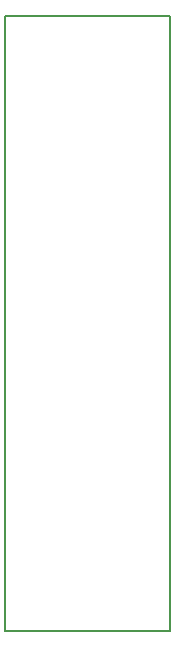
<source format=gm1>
G04 #@! TF.FileFunction,Profile,NP*
%FSLAX46Y46*%
G04 Gerber Fmt 4.6, Leading zero omitted, Abs format (unit mm)*
G04 Created by KiCad (PCBNEW 4.0.4+e1-6308~48~ubuntu16.04.1-stable) date Thu Dec  1 19:27:38 2016*
%MOMM*%
%LPD*%
G01*
G04 APERTURE LIST*
%ADD10C,0.100000*%
%ADD11C,0.150000*%
G04 APERTURE END LIST*
D10*
D11*
X97790000Y-111760000D02*
X83820000Y-111760000D01*
X97790000Y-59690000D02*
X97790000Y-111760000D01*
X83820000Y-59690000D02*
X97790000Y-59690000D01*
X83820000Y-59690000D02*
X83820000Y-111760000D01*
M02*

</source>
